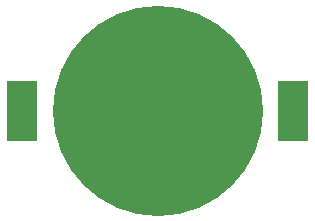
<source format=gbr>
G04 #@! TF.GenerationSoftware,KiCad,Pcbnew,(5.1.10)-1*
G04 #@! TF.CreationDate,2021-09-02T18:37:34+02:00*
G04 #@! TF.ProjectId,nrf52-sensor-tag,6e726635-322d-4736-956e-736f722d7461,rev?*
G04 #@! TF.SameCoordinates,Original*
G04 #@! TF.FileFunction,Paste,Bot*
G04 #@! TF.FilePolarity,Positive*
%FSLAX46Y46*%
G04 Gerber Fmt 4.6, Leading zero omitted, Abs format (unit mm)*
G04 Created by KiCad (PCBNEW (5.1.10)-1) date 2021-09-02 18:37:34*
%MOMM*%
%LPD*%
G01*
G04 APERTURE LIST*
%ADD10C,17.800000*%
%ADD11R,2.500000X5.100000*%
G04 APERTURE END LIST*
D10*
X121768000Y-64617600D03*
D11*
X110318000Y-64617600D03*
X133218000Y-64617600D03*
M02*

</source>
